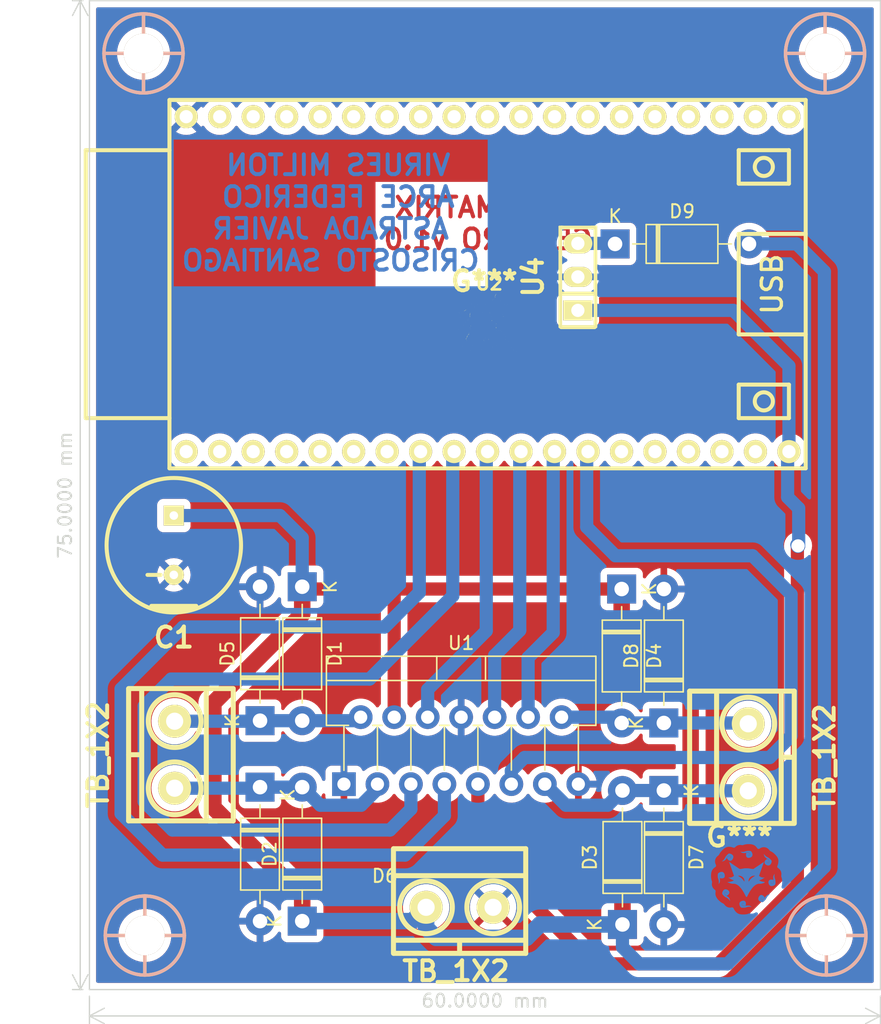
<source format=kicad_pcb>
(kicad_pcb (version 20211014) (generator pcbnew)
  (layers (0 "F.Cu" signal) (31 "B.Cu" signal) (34 "B.Paste" user) (35 "F.Paste" user) (36 "B.SilkS" user "B.Silkscreen") (37 "F.SilkS" user "F.Silkscreen") (38 "B.Mask" user) (39 "F.Mask" user) (44 "Edge.Cuts" user))
  (net 0 "")
  (net 1 "+12V")
  (net 2 "GND")
  (net 3 "/OUT1")
  (net 4 "/OUT2")
  (net 5 "/OUT3")
  (net 6 "/OUT4")
  (net 7 "/IN1")
  (net 8 "/EnA")
  (net 9 "/IN2")
  (net 10 "+5V")
  (net 11 "/IN3")
  (net 12 "/EnB")
  (net 13 "/IN4")
  (net 44 "Net-(U4-Pad8)")
  (footprint "EESTN5:CAP_ELEC_10X8mm" (layer "F.Cu") (at 94.4 86.3 180)
    (fp_text reference "C1")
    (fp_text value "220uF 24V" hide)
  )
  (footprint "Diode_THT:D_DO-41_SOD81_P10.16mm_Horizontal" (layer "F.Cu") (at 127.87 63.45)
    (fp_text reference "D9")
    (fp_text value "1N4007")
  )
  (footprint "Diode_THT:D_DO-41_SOD81_P10.16mm_Horizontal" (layer "F.Cu") (at 131.572 99.782 90)
    (fp_text reference "D8")
    (fp_text value "1N4007")
  )
  (footprint "EESTN5:BORNERA2_AZUL" (layer "F.Cu") (at 116.078 113.76025)
    (fp_text reference "J1" hide)
    (fp_text value "TB_1X2")
  )
  (footprint "Package_TO_SOT_THT:TO-220-15_P2.54x2.54mm_StaggerOdd_Lead4.58mm_Vertical" (layer "F.Cu") (at 107.305 104.42)
    (fp_text reference "U1")
    (fp_text value "L298HN")
  )
  (footprint "Diode_THT:D_DO-41_SOD81_P10.16mm_Horizontal" (layer "F.Cu") (at 131.572 104.902 -90)
    (fp_text reference "D7")
    (fp_text value "1N4007")
  )
  (footprint "EESTN5:Pin_Header_3" (layer "F.Cu") (at 125.05 65.95 90)
    (fp_text reference "U4")
    (fp_text value "L78L05_SO8" hide)
  )
  (footprint "EESTN5:ESP32_DEVKITC" (layer "F.Cu") (at 118.2 66.5)
    (fp_text reference "U2")
    (fp_text value "ESP32_DEVKITC" hide)
  )
  (footprint "EESTN5:Tornillo_M3_8mm" (layer "F.Cu") (at 92.1 49)
    (fp_text reference "H4" hide)
    (fp_text value "Mounting_Hole" hide)
  )
  (footprint "EESTN5:Tornillo_M3_8mm" (layer "F.Cu") (at 92.2 115.9)
    (fp_text reference "H3" hide)
    (fp_text value "Mounting_Hole" hide)
  )
  (footprint "EESTN5:BORNERA2_AZUL" (layer "F.Cu") (at 137.972 102.382 90)
    (fp_text reference "J3" hide)
    (fp_text value "TB_1X2")
  )
  (footprint "EESTN5:eest" (layer "F.Cu") (at 137.929947 114.172744)
    (fp_text reference "G***")
    (fp_text value "LOGO" hide)
  )
  (footprint "Diode_THT:D_DO-41_SOD81_P10.16mm_Horizontal" (layer "F.Cu") (at 128.372 89.622 -90)
    (fp_text reference "D4")
    (fp_text value "1N4007")
  )
  (footprint "Diode_THT:D_DO-41_SOD81_P10.16mm_Horizontal" (layer "F.Cu") (at 128.432 115.062 90)
    (fp_text reference "D3")
    (fp_text value "1N4007")
  )
  (footprint "EESTN5:BORNERA2_AZUL" (layer "F.Cu") (at 94.46375 102.188 -90)
    (fp_text reference "J2" hide)
    (fp_text value "TB_1X2")
  )
  (footprint "EESTN5:Tornillo_M3_8mm" (layer "F.Cu") (at 143.9 115.9)
    (fp_text reference "H1" hide)
    (fp_text value "Mounting_Hole" hide)
  )
  (footprint "EESTN5:fiumbaa" (layer "F.Cu") (at 118.15 69.7)
    (fp_text reference "G***")
    (fp_text value "LOGO" hide)
  )
  (footprint "Diode_THT:D_DO-41_SOD81_P10.16mm_Horizontal" (layer "F.Cu") (at 104.14 114.808 90)
    (fp_text reference "D2")
    (fp_text value "1N4007")
  )
  (footprint "Diode_THT:D_DO-41_SOD81_P10.16mm_Horizontal" (layer "F.Cu") (at 100.94 99.608 90)
    (fp_text reference "D5")
    (fp_text value "1N4007")
  )
  (footprint "EESTN5:Tornillo_M3_8mm" (layer "F.Cu") (at 143.8 49)
    (fp_text reference "H2" hide)
    (fp_text value "Mounting_Hole" hide)
  )
  (footprint "Diode_THT:D_DO-41_SOD81_P10.16mm_Horizontal" (layer "F.Cu") (at 100.94 104.648 -90)
    (fp_text reference "D6")
    (fp_text value "1N4007")
  )
  (footprint "Diode_THT:D_DO-41_SOD81_P10.16mm_Horizontal" (layer "F.Cu") (at 104.14 89.448 -90)
    (fp_text reference "D1")
    (fp_text value "1N4007")
  )
  (gr_line (start 148 45) (end 148 120) (layer "Edge.Cuts") (width 0.1))
  (gr_line (start 88 45) (end 148 45) (layer "Edge.Cuts") (width 0.1))
  (gr_line (start 88 120) (end 148 120) (layer "Edge.Cuts") (width 0.1))
  (gr_line (start 88 120) (end 88 45) (layer "Edge.Cuts") (width 0.1))
  (gr_text "LEGUIMATRIX\nCERTERO v1.0\n\n" (at 118.25 63.1) (layer "F.Cu") (effects (font (size 1.5 1.5) (thickness 0.3)) (justify mirror)))
  (gr_text "VIRUES MILTON \nARCE FEDERICO \nASTRADA JAVIER\nCRISOSTO SANTIAGO" (at 106.3 61.1) (layer "B.Cu") (effects (font (size 1.5 1.5) (thickness 0.3)) (justify mirror)))
  (dimension (type aligned) (layer "Edge.Cuts") (pts (xy 88 120) (xy 148 120)) (height 2) (gr_text "60,0000 mm" (at 118 120.85) (layer "Edge.Cuts") (effects (font (size 1 1) (thickness 0.15)))) (format (units 3) (units_format 1) (precision 4)) (style (thickness 0.1) (arrow_length 1.27) (text_position_mode 0) (extension_height 0.58642) (extension_offset 0.5) keep_text_aligned))
  (dimension (type aligned) (layer "Edge.Cuts") (pts (xy 88 45) (xy 88 120)) (height 0.7) (gr_text "75,0000 mm" (at 86.15 82.5 90) (layer "Edge.Cuts") (effects (font (size 1 1) (thickness 0.15)))) (format (units 3) (units_format 1) (precision 4)) (style (thickness 0.1) (arrow_length 1.27) (text_position_mode 0) (extension_height 0.58642) (extension_offset 0.5) keep_text_aligned))
  (segment (start 104.14 91.528) (end 104.14 89.448) (width 1.25) (layer "F.Cu") (net 1))
  (segment (start 128.432 112.614) (end 133.604 107.442) (width 1.25) (layer "F.Cu") (net 1))
  (segment (start 104.14 112.928) (end 97.4 106.188) (width 1.25) (layer "F.Cu") (net 1))
  (segment (start 133.604 97.282) (end 128.372 92.05) (width 1.25) (layer "F.Cu") (net 1))
  (segment (start 97.4 98.268) (end 104.14 91.528) (width 1.25) (layer "F.Cu") (net 1))
  (segment (start 111.038 89.622) (end 104.314 89.622) (width 1) (layer "F.Cu") (net 1))
  (segment (start 111.115 89.699) (end 111.038 89.622) (width 1) (layer "F.Cu") (net 1))
  (segment (start 97.4 106.188) (end 97.4 98.268) (width 1.25) (layer "F.Cu") (net 1))
  (segment (start 133.604 107.442) (end 133.604 97.282) (width 1.25) (layer "F.Cu") (net 1))
  (segment (start 128.372 92.05) (end 128.372 89.622) (width 1.25) (layer "F.Cu") (net 1))
  (segment (start 128.432 115.062) (end 128.432 112.614) (width 1.25) (layer "F.Cu") (net 1))
  (segment (start 128.372 89.622) (end 111.038 89.622) (width 1) (layer "F.Cu") (net 1))
  (segment (start 111.115 99.34) (end 111.115 89.699) (width 1) (layer "F.Cu") (net 1))
  (segment (start 104.314 89.622) (end 104.14 89.448) (width 1) (layer "F.Cu") (net 1))
  (segment (start 104.14 114.808) (end 104.14 112.928) (width 1.25) (layer "F.Cu") (net 1))
  (segment (start 128.252 89.502) (end 128.372 89.622) (width 1) (layer "B.Cu") (net 1))
  (segment (start 136.4 118.05) (end 129.7 118.05) (width 1) (layer "B.Cu") (net 1))
  (segment (start 112.49025 114.808) (end 113.538 113.76025) (width 1.25) (layer "B.Cu") (net 1))
  (segment (start 121.158 116.078) (end 122.174 115.062) (width 1.25) (layer "B.Cu") (net 1))
  (segment (start 104.14 85.74) (end 104.14 89.448) (width 1) (layer "B.Cu") (net 1))
  (segment (start 141.65 63.45) (end 143.75 65.55) (width 1) (layer "B.Cu") (net 1))
  (segment (start 113.538 115.316) (end 114.3 116.078) (width 1.25) (layer "B.Cu") (net 1))
  (segment (start 143.75 110.7) (end 136.4 118.05) (width 1) (layer "B.Cu") (net 1))
  (segment (start 138.03 63.45) (end 141.65 63.45) (width 1) (layer "B.Cu") (net 1))
  (segment (start 122.174 115.062) (end 128.432 115.062) (width 1.25) (layer "B.Cu") (net 1))
  (segment (start 128.432 116.782) (end 128.432 115.062) (width 1) (layer "B.Cu") (net 1))
  (segment (start 94.4 84.05) (end 102.45 84.05) (width 1) (layer "B.Cu") (net 1))
  (segment (start 129.7 118.05) (end 128.432 116.782) (width 1) (layer "B.Cu") (net 1))
  (segment (start 143.75 65.55) (end 143.75 110.7) (width 1) (layer "B.Cu") (net 1))
  (segment (start 114.3 116.078) (end 121.158 116.078) (width 1.25) (layer "B.Cu") (net 1))
  (segment (start 102.45 84.05) (end 104.14 85.74) (width 1) (layer "B.Cu") (net 1))
  (segment (start 104.14 114.808) (end 112.49025 114.808) (width 1.25) (layer "B.Cu") (net 1))
  (segment (start 113.538 113.76025) (end 113.538 115.316) (width 1.25) (layer "B.Cu") (net 1))
  (segment (start 100.9 99.648) (end 100.94 99.608) (width 1) (layer "B.Cu") (net 3))
  (segment (start 108.307 99.608) (end 108.575 99.34) (width 1) (layer "B.Cu") (net 3))
  (segment (start 104.14 99.608) (end 108.307 99.608) (width 1) (layer "B.Cu") (net 3))
  (segment (start 94.46375 99.648) (end 100.9 99.648) (width 1) (layer "B.Cu") (net 3))
  (segment (start 100.94 99.608) (end 104.14 99.608) (width 1) (layer "B.Cu") (net 3))
  (segment (start 104.14 104.648) (end 100.94 104.648) (width 1) (layer "B.Cu") (net 4))
  (segment (start 105.511511 106.019511) (end 108.610489 106.019511) (width 1) (layer "B.Cu") (net 4))
  (segment (start 108.610489 106.019511) (end 109.845 104.785) (width 1) (layer "B.Cu") (net 4))
  (segment (start 94.46375 104.728) (end 100.86 104.728) (width 1) (layer "B.Cu") (net 4))
  (segment (start 104.14 104.648) (end 105.511511 106.019511) (width 1) (layer "B.Cu") (net 4))
  (segment (start 109.845 104.785) (end 109.845 104.42) (width 1) (layer "B.Cu") (net 4))
  (segment (start 100.86 104.728) (end 100.94 104.648) (width 1) (layer "B.Cu") (net 4))
  (segment (start 124.144511 106.019511) (end 122.545 104.42) (width 1) (layer "B.Cu") (net 5))
  (segment (start 127.314489 106.019511) (end 124.144511 106.019511) (width 1) (layer "B.Cu") (net 5))
  (segment (start 137.972 104.922) (end 131.592 104.922) (width 1) (layer "B.Cu") (net 5))
  (segment (start 131.592 104.922) (end 131.572 104.902) (width 1) (layer "B.Cu") (net 5))
  (segment (start 128.452 104.922) (end 128.432 104.902) (width 1) (layer "B.Cu") (net 5))
  (segment (start 128.432 104.902) (end 127.314489 106.019511) (width 1) (layer "B.Cu") (net 5))
  (segment (start 128.432 104.902) (end 131.572 104.902) (width 1) (layer "B.Cu") (net 5))
  (segment (start 127.93 99.34) (end 128.372 99.782) (width 1) (layer "B.Cu") (net 6))
  (segment (start 123.815 99.34) (end 127.93 99.34) (width 1) (layer "B.Cu") (net 6))
  (segment (start 128.372 99.782) (end 137.912 99.782) (width 1) (layer "B.Cu") (net 6))
  (segment (start 137.912 99.782) (end 137.972 99.842) (width 1) (layer "B.Cu") (net 6))
  (segment (start 112.385 104.42) (end 112.385 106.309) (width 1) (layer "B.Cu") (net 7))
  (segment (start 94.2 96.45) (end 109.25 96.45) (width 1) (layer "B.Cu") (net 7))
  (segment (start 112.385 106.309) (end 110.794 107.9) (width 1) (layer "B.Cu") (net 7))
  (segment (start 110.794 107.9) (end 94.3 107.9) (width 1) (layer "B.Cu") (net 7))
  (segment (start 92.15 105.75) (end 92.15 98.5) (width 1) (layer "B.Cu") (net 7))
  (segment (start 115.56 90.14) (end 115.56 79.5) (width 1) (layer "B.Cu") (net 7))
  (segment (start 109.25 96.45) (end 115.56 90.14) (width 1) (layer "B.Cu") (net 7))
  (segment (start 92.15 98.5) (end 94.2 96.45) (width 1) (layer "B.Cu") (net 7))
  (segment (start 94.3 107.9) (end 92.15 105.75) (width 1) (layer "B.Cu") (net 7))
  (segment (start 118.1 92.8) (end 118.1 79.5) (width 1) (layer "B.Cu") (net 8))
  (segment (start 113.655 97.245) (end 118.1 92.8) (width 1) (layer "B.Cu") (net 8))
  (segment (start 113.655 99.34) (end 113.655 97.245) (width 1) (layer "B.Cu") (net 8))
  (segment (start 114.925 106.817) (end 111.942 109.8) (width 1) (layer "B.Cu") (net 9))
  (segment (start 113.02 89.88) (end 113.02 79.5) (width 1) (layer "B.Cu") (net 9))
  (segment (start 111.942 109.8) (end 93.55 109.8) (width 1) (layer "B.Cu") (net 9))
  (segment (start 95.1 92.5) (end 110.4 92.5) (width 1) (layer "B.Cu") (net 9))
  (segment (start 114.925 104.42) (end 114.925 106.817) (width 1) (layer "B.Cu") (net 9))
  (segment (start 110.4 92.5) (end 113.02 89.88) (width 1) (layer "B.Cu") (net 9))
  (segment (start 90.4 106.65) (end 90.4 97.2) (width 1) (layer "B.Cu") (net 9))
  (segment (start 90.4 97.2) (end 95.1 92.5) (width 1) (layer "B.Cu") (net 9))
  (segment (start 93.55 109.8) (end 90.4 106.65) (width 1) (layer "B.Cu") (net 9))
  (segment (start 141.7 112.05) (end 141.7 86.4) (width 1) (layer "F.Cu") (net 10))
  (segment (start 141.75 86.35) (end 141.8 86.3) (width 1) (layer "F.Cu") (net 10))
  (segment (start 126.2 118.05) (end 135.7 118.05) (width 1) (layer "F.Cu") (net 10))
  (segment (start 135.7 118.05) (end 141.7 112.05) (width 1) (layer "F.Cu") (net 10))
  (segment (start 141.7 86.4) (end 141.75 86.35) (width 1) (layer "F.Cu") (net 10))
  (segment (start 117.465 104.42) (end 117.465 109.315) (width 1) (layer "F.Cu") (net 10))
  (segment (start 117.465 109.315) (end 126.2 118.05) (width 1) (layer "F.Cu") (net 10))
  (via (at 141.75 86.35) (size 1.1) (drill 1) (layers "F.Cu" "B.Cu") (net 10))
  (segment (start 141.06 79.2) (end 141.06 72.71) (width 1) (layer "B.Cu") (net 10))
  (segment (start 141.8 83.5) (end 140.96 82.66) (width 1) (layer "B.Cu") (net 10))
  (segment (start 141.75 86.35) (end 141.8 86.3) (width 1) (layer "B.Cu") (net 10))
  (segment (start 140.96 82.66) (end 140.96 79.5) (width 1) (layer "B.Cu") (net 10))
  (segment (start 141.75 86.35) (end 141.66 86.26) (width 1) (layer "B.Cu") (net 10))
  (segment (start 136.84 68.49) (end 125.05 68.49) (width 1) (layer "B.Cu") (net 10))
  (segment (start 141.06 72.71) (end 136.84 68.49) (width 1) (layer "B.Cu") (net 10))
  (segment (start 141.8 86.3) (end 141.8 83.5) (width 1) (layer "B.Cu") (net 10))
  (segment (start 118.735 94.665) (end 118.735 99.34) (width 1) (layer "B.Cu") (net 11))
  (segment (start 120.64 79.5) (end 120.64 92.76) (width 1) (layer "B.Cu") (net 11))
  (segment (start 120.64 92.76) (end 118.735 94.665) (width 1) (layer "B.Cu") (net 11))
  (segment (start 141.224 90.024) (end 138.3 87.1) (width 1) (layer "B.Cu") (net 12))
  (segment (start 120.005 103.395) (end 121 102.4) (width 1) (layer "B.Cu") (net 12))
  (segment (start 127.9 87.1) (end 125.72 84.92) (width 1) (layer "B.Cu") (net 12))
  (segment (start 139.6 102.4) (end 141.224 100.776) (width 1) (layer "B.Cu") (net 12))
  (segment (start 121 102.4) (end 139.6 102.4) (width 1) (layer "B.Cu") (net 12))
  (segment (start 141.224 100.776) (end 141.224 90.024) (width 1) (layer "B.Cu") (net 12))
  (segment (start 125.72 84.92) (end 125.72 79.5) (width 1) (layer "B.Cu") (net 12))
  (segment (start 138.3 87.1) (end 127.9 87.1) (width 1) (layer "B.Cu") (net 12))
  (segment (start 120.005 104.42) (end 120.005 103.395) (width 1) (layer "B.Cu") (net 12))
  (segment (start 121.275 94.825) (end 123.18 92.92) (width 1) (layer "B.Cu") (net 13))
  (segment (start 123.18 92.92) (end 123.18 79.5) (width 1) (layer "B.Cu") (net 13))
  (segment (start 121.275 99.34) (end 121.275 94.825) (width 1) (layer "B.Cu") (net 13))
  (segment (start 127.83 63.41) (end 127.87 63.45) (width 1) (layer "B.Cu") (net 44))
  (segment (start 125.05 63.41) (end 127.83 63.41) (width 1) (layer "B.Cu") (net 44))
  (zone (net 2) (net_name "GND") (layer "F.Cu") (connect_pads (clearance 0.508)) (min_thickness 0.254) (fill yes (thermal_gap 0.508) (thermal_bridge_width 0.508))
    (polygon (pts (xy 148 120) (xy 88 120) (xy 88 45) (xy 148 45)))
  )
  (zone (net 2) (net_name "GND") (layer "B.Cu") (connect_pads (clearance 0.508)) (min_thickness 0.254) (fill yes (thermal_gap 0.508) (thermal_bridge_width 0.508))
    (polygon (pts (xy 148 120) (xy 88 120) (xy 88 45) (xy 148 45)))
  )
)
</source>
